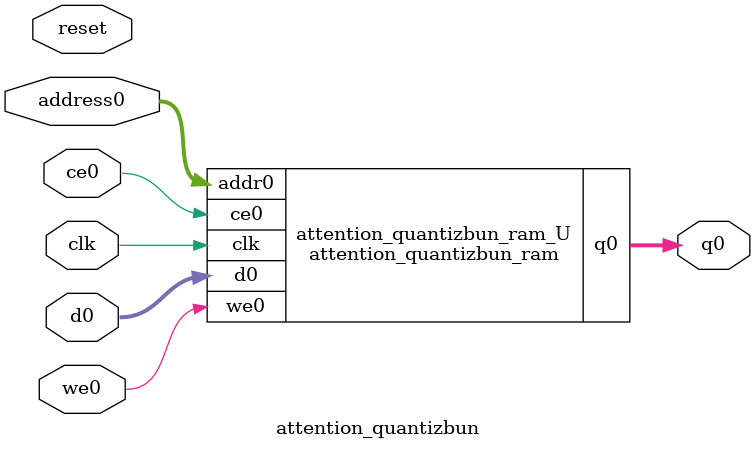
<source format=v>
`timescale 1 ns / 1 ps
module attention_quantizbun_ram (addr0, ce0, d0, we0, q0,  clk);

parameter DWIDTH = 8;
parameter AWIDTH = 3;
parameter MEM_SIZE = 6;

input[AWIDTH-1:0] addr0;
input ce0;
input[DWIDTH-1:0] d0;
input we0;
output reg[DWIDTH-1:0] q0;
input clk;

(* ram_style = "distributed" *)reg [DWIDTH-1:0] ram[0:MEM_SIZE-1];




always @(posedge clk)  
begin 
    if (ce0) begin
        if (we0) 
            ram[addr0] <= d0; 
        q0 <= ram[addr0];
    end
end


endmodule

`timescale 1 ns / 1 ps
module attention_quantizbun(
    reset,
    clk,
    address0,
    ce0,
    we0,
    d0,
    q0);

parameter DataWidth = 32'd8;
parameter AddressRange = 32'd6;
parameter AddressWidth = 32'd3;
input reset;
input clk;
input[AddressWidth - 1:0] address0;
input ce0;
input we0;
input[DataWidth - 1:0] d0;
output[DataWidth - 1:0] q0;



attention_quantizbun_ram attention_quantizbun_ram_U(
    .clk( clk ),
    .addr0( address0 ),
    .ce0( ce0 ),
    .we0( we0 ),
    .d0( d0 ),
    .q0( q0 ));

endmodule


</source>
